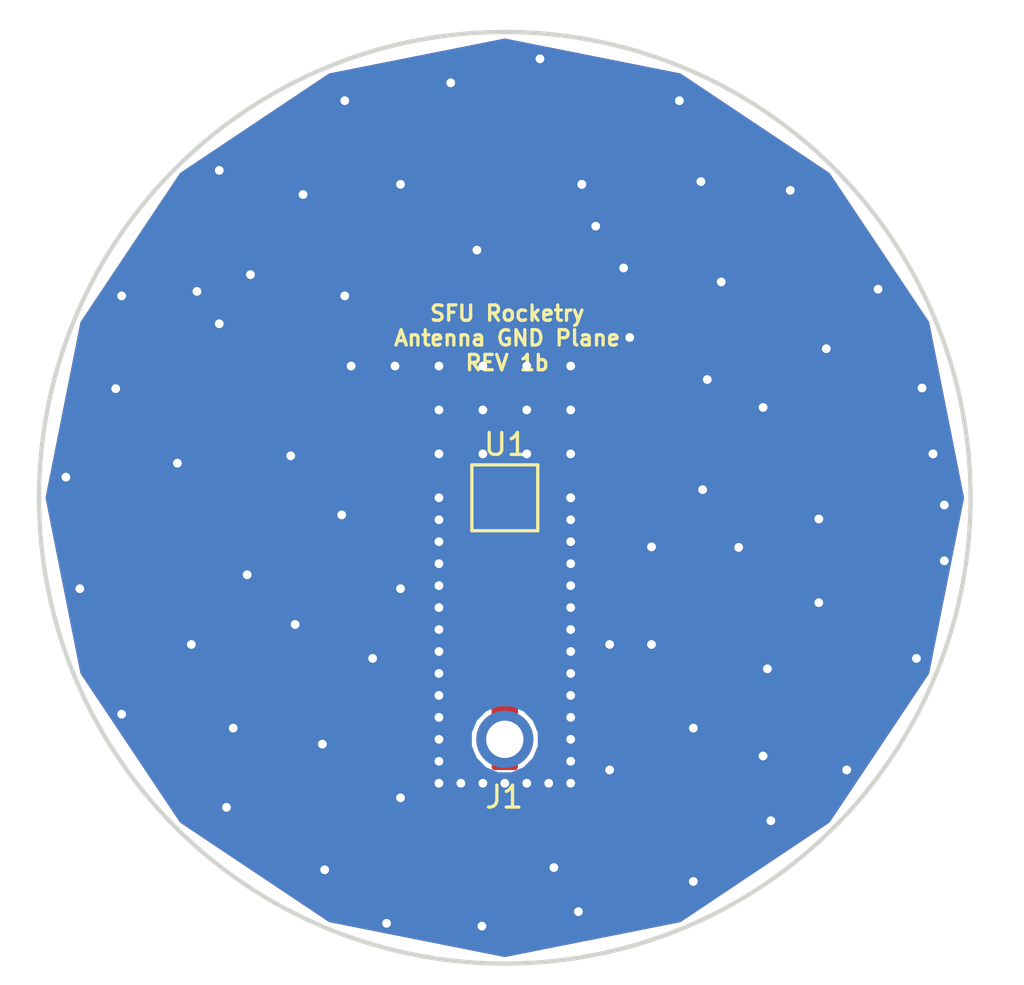
<source format=kicad_pcb>
(kicad_pcb (version 4) (host pcbnew 4.0.7)

  (general
    (links 2)
    (no_connects 0)
    (area 72.5 74.37 129.400001 127.080001)
    (thickness 1.6)
    (drawings 2)
    (tracks 341)
    (zones 0)
    (modules 2)
    (nets 3)
  )

  (page A4)
  (layers
    (0 F.Cu signal hide)
    (31 B.Cu signal)
    (32 B.Adhes user)
    (33 F.Adhes user)
    (34 B.Paste user)
    (35 F.Paste user)
    (36 B.SilkS user)
    (37 F.SilkS user)
    (38 B.Mask user)
    (39 F.Mask user)
    (40 Dwgs.User user)
    (41 Cmts.User user)
    (42 Eco1.User user)
    (43 Eco2.User user)
    (44 Edge.Cuts user)
    (45 Margin user)
    (46 B.CrtYd user)
    (47 F.CrtYd user)
    (48 B.Fab user)
    (49 F.Fab user)
  )

  (setup
    (last_trace_width 0.25)
    (user_trace_width 3.11)
    (trace_clearance 0.2)
    (zone_clearance 0.2)
    (zone_45_only yes)
    (trace_min 0.2)
    (segment_width 0.2)
    (edge_width 0.2)
    (via_size 0.6)
    (via_drill 0.4)
    (via_min_size 0.4)
    (via_min_drill 0.3)
    (uvia_size 0.3)
    (uvia_drill 0.1)
    (uvias_allowed no)
    (uvia_min_size 0.2)
    (uvia_min_drill 0.1)
    (pcb_text_width 0.3)
    (pcb_text_size 1.5 1.5)
    (mod_edge_width 0.15)
    (mod_text_size 1 1)
    (mod_text_width 0.15)
    (pad_size 2.6 2.6)
    (pad_drill 1.7)
    (pad_to_mask_clearance 0.25)
    (aux_axis_origin 0 0)
    (visible_elements 7FFFFFFF)
    (pcbplotparams
      (layerselection 0x010f0_80000001)
      (usegerberextensions true)
      (excludeedgelayer true)
      (linewidth 0.100000)
      (plotframeref false)
      (viasonmask false)
      (mode 1)
      (useauxorigin false)
      (hpglpennumber 1)
      (hpglpenspeed 20)
      (hpglpendiameter 15)
      (hpglpenoverlay 2)
      (psnegative false)
      (psa4output false)
      (plotreference true)
      (plotvalue false)
      (plotinvisibletext false)
      (padsonsilk false)
      (subtractmaskfromsilk false)
      (outputformat 1)
      (mirror false)
      (drillshape 0)
      (scaleselection 1)
      (outputdirectory gerbers/))
  )

  (net 0 "")
  (net 1 DATA)
  (net 2 GNDREF)

  (net_class Default "This is the default net class."
    (clearance 0.2)
    (trace_width 0.25)
    (via_dia 0.6)
    (via_drill 0.4)
    (uvia_dia 0.3)
    (uvia_drill 0.1)
    (add_net DATA)
    (add_net GNDREF)
  )

  (module HelicalAntennaBoard:antenna_connector (layer F.Cu) (tedit 5B52DED4) (tstamp 5B4E5F77)
    (at 100 111.76)
    (path /5B4E5B0D)
    (fp_text reference J1 (at -0.03 1.87) (layer F.SilkS)
      (effects (font (size 1 1) (thickness 0.15)))
    )
    (fp_text value Conn_01x01 (at -0.09 3.28) (layer F.Fab)
      (effects (font (size 1 1) (thickness 0.15)))
    )
    (pad 1 thru_hole circle (at 0 -0.76) (size 2.6 2.6) (drill 1.7) (layers *.Cu *.Mask)
      (net 1 DATA))
  )

  (module HelicalAntennaBoard:u.fl-port (layer F.Cu) (tedit 5B4C496F) (tstamp 5B4E5F82)
    (at 100 100)
    (path /5B4E3B5D)
    (fp_text reference U1 (at 0.05 -2.43) (layer F.SilkS)
      (effects (font (size 1 1) (thickness 0.15)))
    )
    (fp_text value U.FLport (at -0.08 -4.17) (layer F.Fab)
      (effects (font (size 1 1) (thickness 0.15)))
    )
    (fp_line (start -1.5 1.5) (end -1.5 -1.5) (layer F.SilkS) (width 0.15))
    (fp_line (start 1.5 1.5) (end -1.5 1.5) (layer F.SilkS) (width 0.15))
    (fp_line (start 1.5 -1.5) (end 1.5 1.5) (layer F.SilkS) (width 0.15))
    (fp_line (start -1.5 -1.5) (end 1.5 -1.5) (layer F.SilkS) (width 0.15))
    (pad 1 smd rect (at 1.475 0) (size 1.05 2.2) (layers F.Cu F.Paste F.Mask)
      (net 2 GNDREF))
    (pad 2 smd rect (at -1.475 0) (size 1.05 2.2) (layers F.Cu F.Paste F.Mask)
      (net 2 GNDREF))
    (pad 3 smd rect (at 0 1.6) (size 1 1) (layers F.Cu F.Paste F.Mask)
      (net 1 DATA))
  )

  (gr_text "SFU Rocketry\nAntenna GND Plane\nREV 1b\n\n" (at 100.11 93.29) (layer F.SilkS)
    (effects (font (size 0.7 0.7) (thickness 0.15)))
  )
  (gr_circle (center 100 100) (end 115 115) (layer Edge.Cuts) (width 0.2))

  (segment (start 100 101.6) (end 100 111) (width 1.2) (layer F.Cu) (net 1))
  (segment (start 103 113) (end 101.93 113) (width 0.25) (layer F.Cu) (net 2))
  (segment (start 100.79 113) (end 101.93 113) (width 0.25) (layer F.Cu) (net 2))
  (via (at 102 113) (size 0.6) (drill 0.4) (layers F.Cu B.Cu) (net 2))
  (segment (start 99.84 113) (end 100.79 113) (width 0.25) (layer F.Cu) (net 2))
  (via (at 101 113) (size 0.6) (drill 0.4) (layers F.Cu B.Cu) (net 2))
  (segment (start 98.87 113) (end 99.84 113) (width 0.25) (layer F.Cu) (net 2))
  (via (at 100 113) (size 0.6) (drill 0.4) (layers F.Cu B.Cu) (net 2))
  (segment (start 97.95 113) (end 98.87 113) (width 0.25) (layer F.Cu) (net 2))
  (via (at 99 113) (size 0.6) (drill 0.4) (layers F.Cu B.Cu) (net 2))
  (segment (start 97.95 113) (end 97.01 113) (width 0.25) (layer F.Cu) (net 2))
  (segment (start 97 113) (end 97.95 113) (width 0.25) (layer F.Cu) (net 2))
  (via (at 98 113) (size 0.6) (drill 0.4) (layers F.Cu B.Cu) (net 2))
  (segment (start 97 112) (end 97 113) (width 0.25) (layer F.Cu) (net 2))
  (via (at 97 113) (size 0.6) (drill 0.4) (layers F.Cu B.Cu) (net 2))
  (segment (start 103 112) (end 103 113.05) (width 0.25) (layer F.Cu) (net 2))
  (segment (start 103 113.05) (end 102.99 113.06) (width 0.25) (layer F.Cu) (net 2))
  (via (at 103 113) (size 0.6) (drill 0.4) (layers F.Cu B.Cu) (net 2))
  (segment (start 88.4174 89.8398) (end 88.4174 88.5826) (width 0.25) (layer F.Cu) (net 2))
  (segment (start 88.4174 88.5826) (end 90.81 86.19) (width 0.25) (layer F.Cu) (net 2))
  (via (at 90.81 86.19) (size 0.6) (drill 0.4) (layers F.Cu B.Cu) (net 2))
  (segment (start 82.55 90.805) (end 82.55 94.76) (width 0.25) (layer F.Cu) (net 2))
  (segment (start 82.55 94.76) (end 82.28 95.03) (width 0.25) (layer F.Cu) (net 2))
  (via (at 82.28 95.03) (size 0.6) (drill 0.4) (layers F.Cu B.Cu) (net 2))
  (segment (start 110.65 102.26) (end 111.96 103.57) (width 0.25) (layer F.Cu) (net 2))
  (segment (start 111.96 103.57) (end 111.96 107.79) (width 0.25) (layer F.Cu) (net 2))
  (via (at 111.96 107.79) (size 0.6) (drill 0.4) (layers F.Cu B.Cu) (net 2))
  (segment (start 114.3 100.965) (end 111.945 100.965) (width 0.25) (layer F.Cu) (net 2))
  (segment (start 111.945 100.965) (end 110.65 102.26) (width 0.25) (layer F.Cu) (net 2))
  (via (at 110.65 102.26) (size 0.6) (drill 0.4) (layers F.Cu B.Cu) (net 2))
  (segment (start 111.76 95.885) (end 111.965 95.885) (width 0.25) (layer F.Cu) (net 2))
  (segment (start 111.965 95.885) (end 114.64 93.21) (width 0.25) (layer F.Cu) (net 2))
  (via (at 114.64 93.21) (size 0.6) (drill 0.4) (layers F.Cu B.Cu) (net 2))
  (segment (start 109.855 90.17) (end 109.855 86.525) (width 0.25) (layer F.Cu) (net 2))
  (segment (start 109.855 86.525) (end 108.93 85.6) (width 0.25) (layer F.Cu) (net 2))
  (via (at 108.93 85.6) (size 0.6) (drill 0.4) (layers F.Cu B.Cu) (net 2))
  (segment (start 93.98 107.315) (end 93.98 108.93) (width 0.25) (layer F.Cu) (net 2))
  (segment (start 93.98 108.93) (end 91.69 111.22) (width 0.25) (layer F.Cu) (net 2))
  (via (at 91.69 111.22) (size 0.6) (drill 0.4) (layers F.Cu B.Cu) (net 2))
  (segment (start 93.98 107.315) (end 91.995 107.315) (width 0.25) (layer F.Cu) (net 2))
  (segment (start 91.995 107.315) (end 90.45 105.77) (width 0.25) (layer F.Cu) (net 2))
  (via (at 90.45 105.77) (size 0.6) (drill 0.4) (layers F.Cu B.Cu) (net 2))
  (segment (start 92.05 111.11) (end 93.98 109.18) (width 0.25) (layer B.Cu) (net 2))
  (segment (start 93.98 109.18) (end 93.98 107.315) (width 0.25) (layer B.Cu) (net 2))
  (segment (start 103 94) (end 103 98) (width 0.25) (layer F.Cu) (net 2))
  (segment (start 103 100) (end 103 101.09) (width 0.25) (layer F.Cu) (net 2))
  (segment (start 103 101.09) (end 103 102.09) (width 0.25) (layer F.Cu) (net 2))
  (segment (start 103 102) (end 103 101.09) (width 0.25) (layer F.Cu) (net 2))
  (via (at 103 101) (size 0.6) (drill 0.4) (layers F.Cu B.Cu) (net 2))
  (segment (start 103 102.09) (end 103 103.06) (width 0.25) (layer F.Cu) (net 2))
  (segment (start 103 103) (end 103 102.09) (width 0.25) (layer F.Cu) (net 2))
  (via (at 103 102) (size 0.6) (drill 0.4) (layers F.Cu B.Cu) (net 2))
  (segment (start 103 104) (end 103 103.06) (width 0.25) (layer F.Cu) (net 2))
  (segment (start 103 103.06) (end 103 103.25) (width 0.25) (layer F.Cu) (net 2))
  (via (at 103 103) (size 0.6) (drill 0.4) (layers F.Cu B.Cu) (net 2))
  (segment (start 103 104.09) (end 103 103.25) (width 0.25) (layer F.Cu) (net 2))
  (segment (start 103 105.04) (end 103 104.09) (width 0.25) (layer F.Cu) (net 2))
  (via (at 103 104) (size 0.6) (drill 0.4) (layers F.Cu B.Cu) (net 2))
  (segment (start 103 105.04) (end 103 105.97) (width 0.25) (layer F.Cu) (net 2))
  (segment (start 103 106) (end 103 105.04) (width 0.25) (layer F.Cu) (net 2))
  (via (at 103 105) (size 0.6) (drill 0.4) (layers F.Cu B.Cu) (net 2))
  (segment (start 103 105.97) (end 103 106.31) (width 0.25) (layer F.Cu) (net 2))
  (segment (start 103 107) (end 103 105.97) (width 0.25) (layer F.Cu) (net 2))
  (via (at 103 106) (size 0.6) (drill 0.4) (layers F.Cu B.Cu) (net 2))
  (segment (start 103 107.21) (end 103 106.31) (width 0.25) (layer F.Cu) (net 2))
  (segment (start 103 108.13) (end 103 107.21) (width 0.25) (layer F.Cu) (net 2))
  (via (at 103 107) (size 0.6) (drill 0.4) (layers F.Cu B.Cu) (net 2))
  (segment (start 103 109) (end 103 108.13) (width 0.25) (layer F.Cu) (net 2))
  (via (at 103 108) (size 0.6) (drill 0.4) (layers F.Cu B.Cu) (net 2))
  (segment (start 103 109) (end 103 109.5) (width 0.25) (layer F.Cu) (net 2))
  (segment (start 103 110) (end 103 109) (width 0.25) (layer F.Cu) (net 2))
  (via (at 103 109) (size 0.6) (drill 0.4) (layers F.Cu B.Cu) (net 2))
  (segment (start 103 110.24) (end 103 109.5) (width 0.25) (layer F.Cu) (net 2))
  (segment (start 103 111.16) (end 103 110.24) (width 0.25) (layer F.Cu) (net 2))
  (via (at 103 110) (size 0.6) (drill 0.4) (layers F.Cu B.Cu) (net 2))
  (segment (start 103 111.16) (end 103 112.1) (width 0.25) (layer F.Cu) (net 2))
  (segment (start 103 112) (end 103 111.16) (width 0.25) (layer F.Cu) (net 2))
  (via (at 103 111) (size 0.6) (drill 0.4) (layers F.Cu B.Cu) (net 2))
  (segment (start 103 112.1) (end 103.02 112.12) (width 0.25) (layer F.Cu) (net 2))
  (via (at 103 112) (size 0.6) (drill 0.4) (layers F.Cu B.Cu) (net 2))
  (segment (start 97 100) (end 97 101.02) (width 0.25) (layer F.Cu) (net 2))
  (segment (start 97 102.02) (end 97 101.02) (width 0.25) (layer F.Cu) (net 2))
  (via (at 97 101) (size 0.6) (drill 0.4) (layers F.Cu B.Cu) (net 2))
  (segment (start 97 102.02) (end 97 103.28) (width 0.25) (layer F.Cu) (net 2))
  (segment (start 97 103) (end 97 102.02) (width 0.25) (layer F.Cu) (net 2))
  (via (at 97 102) (size 0.6) (drill 0.4) (layers F.Cu B.Cu) (net 2))
  (segment (start 97 104.19) (end 97 103.28) (width 0.25) (layer F.Cu) (net 2))
  (via (at 97 103) (size 0.6) (drill 0.4) (layers F.Cu B.Cu) (net 2))
  (segment (start 97 105.11) (end 97 104.19) (width 0.25) (layer F.Cu) (net 2))
  (via (at 97 104) (size 0.6) (drill 0.4) (layers F.Cu B.Cu) (net 2))
  (segment (start 97 106) (end 97 105.11) (width 0.25) (layer F.Cu) (net 2))
  (via (at 97 105) (size 0.6) (drill 0.4) (layers F.Cu B.Cu) (net 2))
  (segment (start 97 105.11) (end 97 105.9) (width 0.25) (layer F.Cu) (net 2))
  (segment (start 97 105.9) (end 97 106.97) (width 0.25) (layer F.Cu) (net 2))
  (segment (start 97 107) (end 97 105.9) (width 0.25) (layer F.Cu) (net 2))
  (via (at 97 106) (size 0.6) (drill 0.4) (layers F.Cu B.Cu) (net 2))
  (segment (start 97 106.97) (end 97 107.57) (width 0.25) (layer F.Cu) (net 2))
  (segment (start 97 108) (end 97 106.97) (width 0.25) (layer F.Cu) (net 2))
  (via (at 97 107) (size 0.6) (drill 0.4) (layers F.Cu B.Cu) (net 2))
  (segment (start 97 108.3) (end 97 107.57) (width 0.25) (layer F.Cu) (net 2))
  (segment (start 97 109.16) (end 97 108.3) (width 0.25) (layer F.Cu) (net 2))
  (via (at 97 108) (size 0.6) (drill 0.4) (layers F.Cu B.Cu) (net 2))
  (segment (start 97 109.16) (end 97 110.19) (width 0.25) (layer F.Cu) (net 2))
  (segment (start 97 110) (end 97 109.16) (width 0.25) (layer F.Cu) (net 2))
  (via (at 97 109) (size 0.6) (drill 0.4) (layers F.Cu B.Cu) (net 2))
  (segment (start 97 111.16) (end 97 110.19) (width 0.25) (layer F.Cu) (net 2))
  (via (at 97 110) (size 0.6) (drill 0.4) (layers F.Cu B.Cu) (net 2))
  (segment (start 97 111.16) (end 97 112.1) (width 0.25) (layer F.Cu) (net 2))
  (segment (start 97 112) (end 97 111.16) (width 0.25) (layer F.Cu) (net 2))
  (via (at 97 111) (size 0.6) (drill 0.4) (layers F.Cu B.Cu) (net 2))
  (segment (start 97 112.1) (end 97.01 112.11) (width 0.25) (layer F.Cu) (net 2))
  (via (at 97 112) (size 0.6) (drill 0.4) (layers F.Cu B.Cu) (net 2))
  (segment (start 109.22 94.615) (end 107.605 94.615) (width 0.25) (layer F.Cu) (net 2))
  (segment (start 107.605 94.615) (end 105.69 92.7) (width 0.25) (layer F.Cu) (net 2))
  (via (at 105.69 92.7) (size 0.6) (drill 0.4) (layers F.Cu B.Cu) (net 2))
  (segment (start 111.76 95.885) (end 111.76 96.88) (width 0.25) (layer F.Cu) (net 2))
  (segment (start 111.76 96.88) (end 109.01 99.63) (width 0.25) (layer F.Cu) (net 2))
  (via (at 109.01 99.63) (size 0.6) (drill 0.4) (layers F.Cu B.Cu) (net 2))
  (segment (start 103.505 85.725) (end 101.725 85.725) (width 0.25) (layer F.Cu) (net 2))
  (segment (start 101.725 85.725) (end 98.73 88.72) (width 0.25) (layer F.Cu) (net 2))
  (via (at 98.73 88.72) (size 0.6) (drill 0.4) (layers F.Cu B.Cu) (net 2))
  (segment (start 95 94) (end 95 98.35) (width 0.25) (layer F.Cu) (net 2))
  (segment (start 95 98.35) (end 92.57 100.78) (width 0.25) (layer F.Cu) (net 2))
  (via (at 92.57 100.78) (size 0.6) (drill 0.4) (layers F.Cu B.Cu) (net 2))
  (segment (start 93 94) (end 93 95.34) (width 0.25) (layer F.Cu) (net 2))
  (segment (start 93 95.34) (end 90.25 98.09) (width 0.25) (layer F.Cu) (net 2))
  (via (at 90.25 98.09) (size 0.6) (drill 0.4) (layers F.Cu B.Cu) (net 2))
  (segment (start 101 98) (end 103 98) (width 0.25) (layer F.Cu) (net 2))
  (via (at 103 98) (size 0.6) (drill 0.4) (layers F.Cu B.Cu) (net 2))
  (segment (start 104.775 112.395) (end 108.585 112.395) (width 0.25) (layer F.Cu) (net 2))
  (segment (start 108.585 112.395) (end 111.125 112.395) (width 0.25) (layer F.Cu) (net 2))
  (segment (start 108.585 110.49) (end 108.585 112.395) (width 0.25) (layer F.Cu) (net 2))
  (segment (start 104.775 106.68) (end 108.585 110.49) (width 0.25) (layer B.Cu) (net 2))
  (via (at 108.585 110.49) (size 0.6) (drill 0.4) (layers F.Cu B.Cu) (net 2))
  (segment (start 106.68 102.235) (end 106.68 104.775) (width 0.25) (layer F.Cu) (net 2))
  (segment (start 106.68 104.775) (end 104.775 106.68) (width 0.25) (layer F.Cu) (net 2))
  (via (at 104.775 106.68) (size 0.6) (drill 0.4) (layers F.Cu B.Cu) (net 2))
  (segment (start 86.995 92.075) (end 86.106 92.964) (width 0.25) (layer B.Cu) (net 2))
  (segment (start 86.106 92.964) (end 85.09 93.98) (width 0.25) (layer B.Cu) (net 2))
  (segment (start 85.979 90.6018) (end 85.09 91.4908) (width 0.25) (layer B.Cu) (net 2))
  (segment (start 85.09 91.4908) (end 85.09 91.948) (width 0.25) (layer B.Cu) (net 2))
  (segment (start 85.09 91.948) (end 86.106 92.964) (width 0.25) (layer B.Cu) (net 2))
  (segment (start 88.4174 89.8398) (end 86.741 89.8398) (width 0.25) (layer F.Cu) (net 2))
  (segment (start 86.741 89.8398) (end 85.979 90.6018) (width 0.25) (layer F.Cu) (net 2))
  (via (at 85.979 90.6018) (size 0.6) (drill 0.4) (layers F.Cu B.Cu) (net 2))
  (segment (start 93 94) (end 88.8398 89.8398) (width 0.25) (layer B.Cu) (net 2))
  (segment (start 88.8398 89.8398) (end 88.4174 89.8398) (width 0.25) (layer B.Cu) (net 2))
  (via (at 88.4174 89.8398) (size 0.6) (drill 0.4) (layers F.Cu B.Cu) (net 2))
  (segment (start 91.7956 116.9416) (end 94.234 119.38) (width 0.25) (layer F.Cu) (net 2))
  (segment (start 94.234 119.38) (end 94.615 119.38) (width 0.25) (layer F.Cu) (net 2))
  (segment (start 87.3252 114.0968) (end 88.9508 114.0968) (width 0.25) (layer B.Cu) (net 2))
  (segment (start 88.9508 114.0968) (end 91.7956 116.9416) (width 0.25) (layer B.Cu) (net 2))
  (via (at 91.7956 116.9416) (size 0.6) (drill 0.4) (layers F.Cu B.Cu) (net 2))
  (segment (start 82.55 109.855) (end 83.0834 109.855) (width 0.25) (layer F.Cu) (net 2))
  (segment (start 83.0834 109.855) (end 87.3252 114.0968) (width 0.25) (layer F.Cu) (net 2))
  (via (at 87.3252 114.0968) (size 0.6) (drill 0.4) (layers F.Cu B.Cu) (net 2))
  (segment (start 112.1156 114.7064) (end 109.347 117.475) (width 0.25) (layer F.Cu) (net 2))
  (segment (start 109.347 117.475) (end 108.585 117.475) (width 0.25) (layer F.Cu) (net 2))
  (segment (start 115.57 112.395) (end 114.427 112.395) (width 0.25) (layer B.Cu) (net 2))
  (segment (start 114.427 112.395) (end 112.1156 114.7064) (width 0.25) (layer B.Cu) (net 2))
  (via (at 112.1156 114.7064) (size 0.6) (drill 0.4) (layers F.Cu B.Cu) (net 2))
  (segment (start 97.536 81.1022) (end 96.7232 81.915) (width 0.25) (layer F.Cu) (net 2))
  (segment (start 96.7232 81.915) (end 93.134264 81.915) (width 0.25) (layer F.Cu) (net 2))
  (segment (start 93.134264 81.915) (end 92.71 81.915) (width 0.25) (layer F.Cu) (net 2))
  (segment (start 101.6 80.01) (end 98.6282 80.01) (width 0.25) (layer B.Cu) (net 2))
  (segment (start 98.6282 80.01) (end 97.536 81.1022) (width 0.25) (layer B.Cu) (net 2))
  (via (at 97.536 81.1022) (size 0.6) (drill 0.4) (layers F.Cu B.Cu) (net 2))
  (segment (start 98.9584 119.507) (end 94.742 119.507) (width 0.25) (layer B.Cu) (net 2))
  (segment (start 94.742 119.507) (end 94.615 119.38) (width 0.25) (layer B.Cu) (net 2))
  (segment (start 103.3526 118.8466) (end 99.6188 118.8466) (width 0.25) (layer F.Cu) (net 2))
  (via (at 98.9584 119.507) (size 0.6) (drill 0.4) (layers F.Cu B.Cu) (net 2))
  (segment (start 99.6188 118.8466) (end 98.9584 119.507) (width 0.25) (layer F.Cu) (net 2))
  (segment (start 108.585 117.475) (end 104.7242 117.475) (width 0.25) (layer B.Cu) (net 2))
  (segment (start 104.7242 117.475) (end 103.3526 118.8466) (width 0.25) (layer B.Cu) (net 2))
  (via (at 103.3526 118.8466) (size 0.6) (drill 0.4) (layers F.Cu B.Cu) (net 2))
  (segment (start 86.995 85.09) (end 89.535 85.09) (width 0.25) (layer B.Cu) (net 2))
  (segment (start 89.535 85.09) (end 92.71 81.915) (width 0.25) (layer B.Cu) (net 2))
  (segment (start 115.57 112.395) (end 115.57 110.49) (width 0.25) (layer F.Cu) (net 2))
  (segment (start 115.57 110.49) (end 118.745 107.315) (width 0.25) (layer F.Cu) (net 2))
  (segment (start 93 98) (end 103 98) (width 0.25) (layer F.Cu) (net 2))
  (segment (start 107 98) (end 117.475 98) (width 0.25) (layer F.Cu) (net 2))
  (segment (start 117.475 98) (end 119.5 98) (width 0.25) (layer F.Cu) (net 2))
  (segment (start 114.3 100.965) (end 116.535 100.965) (width 0.25) (layer F.Cu) (net 2))
  (segment (start 116.535 100.965) (end 117.475 100.025) (width 0.25) (layer F.Cu) (net 2))
  (segment (start 117.475 100.025) (end 117.475 98) (width 0.25) (layer F.Cu) (net 2))
  (segment (start 114.3 104.775) (end 114.3 100.965) (width 0.25) (layer B.Cu) (net 2))
  (via (at 114.3 100.965) (size 0.6) (drill 0.4) (layers F.Cu B.Cu) (net 2))
  (segment (start 106.68 106.68) (end 108.585 104.775) (width 0.25) (layer F.Cu) (net 2))
  (segment (start 108.585 104.775) (end 114.3 104.775) (width 0.25) (layer F.Cu) (net 2))
  (via (at 114.3 104.775) (size 0.6) (drill 0.4) (layers F.Cu B.Cu) (net 2))
  (segment (start 111.76 111.76) (end 106.68 106.68) (width 0.25) (layer B.Cu) (net 2))
  (via (at 106.68 106.68) (size 0.6) (drill 0.4) (layers F.Cu B.Cu) (net 2))
  (segment (start 111.125 112.395) (end 111.76 111.76) (width 0.25) (layer F.Cu) (net 2))
  (via (at 111.76 111.76) (size 0.6) (drill 0.4) (layers F.Cu B.Cu) (net 2))
  (segment (start 102.235 116.84) (end 104.775 114.3) (width 0.25) (layer B.Cu) (net 2))
  (segment (start 104.775 114.3) (end 104.775 112.395) (width 0.25) (layer B.Cu) (net 2))
  (via (at 104.775 112.395) (size 0.6) (drill 0.4) (layers F.Cu B.Cu) (net 2))
  (segment (start 95.25 113.665) (end 99.06 113.665) (width 0.25) (layer F.Cu) (net 2))
  (segment (start 99.06 113.665) (end 102.235 116.84) (width 0.25) (layer F.Cu) (net 2))
  (via (at 102.235 116.84) (size 0.6) (drill 0.4) (layers F.Cu B.Cu) (net 2))
  (segment (start 87.63 110.49) (end 90.805 113.665) (width 0.25) (layer B.Cu) (net 2))
  (segment (start 90.805 113.665) (end 95.25 113.665) (width 0.25) (layer B.Cu) (net 2))
  (via (at 95.25 113.665) (size 0.6) (drill 0.4) (layers F.Cu B.Cu) (net 2))
  (segment (start 85.725 106.68) (end 85.725 108.585) (width 0.25) (layer F.Cu) (net 2))
  (segment (start 85.725 108.585) (end 87.63 110.49) (width 0.25) (layer F.Cu) (net 2))
  (via (at 87.63 110.49) (size 0.6) (drill 0.4) (layers F.Cu B.Cu) (net 2))
  (segment (start 93.98 107.315) (end 93.345 106.68) (width 0.25) (layer B.Cu) (net 2))
  (segment (start 93.345 106.68) (end 85.725 106.68) (width 0.25) (layer B.Cu) (net 2))
  (via (at 85.725 106.68) (size 0.6) (drill 0.4) (layers F.Cu B.Cu) (net 2))
  (segment (start 95.25 104.14) (end 95.25 106.045) (width 0.25) (layer F.Cu) (net 2))
  (segment (start 95.25 106.045) (end 93.98 107.315) (width 0.25) (layer F.Cu) (net 2))
  (via (at 93.98 107.315) (size 0.6) (drill 0.4) (layers F.Cu B.Cu) (net 2))
  (segment (start 88.265 103.505) (end 88.9 104.14) (width 0.25) (layer B.Cu) (net 2))
  (segment (start 88.9 104.14) (end 95.25 104.14) (width 0.25) (layer B.Cu) (net 2))
  (via (at 95.25 104.14) (size 0.6) (drill 0.4) (layers F.Cu B.Cu) (net 2))
  (segment (start 85.09 98.425) (end 85.09 100.33) (width 0.25) (layer F.Cu) (net 2))
  (segment (start 85.09 100.33) (end 88.265 103.505) (width 0.25) (layer F.Cu) (net 2))
  (via (at 88.265 103.505) (size 0.6) (drill 0.4) (layers F.Cu B.Cu) (net 2))
  (via (at 85.09 98.425) (size 0.6) (drill 0.4) (layers F.Cu B.Cu) (net 2))
  (segment (start 85.09 93.98) (end 85.09 98.425) (width 0.25) (layer B.Cu) (net 2))
  (segment (start 93 94) (end 88.92 94) (width 0.25) (layer F.Cu) (net 2))
  (segment (start 88.92 94) (end 86.995 92.075) (width 0.25) (layer F.Cu) (net 2))
  (via (at 86.995 92.075) (size 0.6) (drill 0.4) (layers F.Cu B.Cu) (net 2))
  (segment (start 106.68 102.235) (end 104.445 100) (width 0.25) (layer F.Cu) (net 2))
  (segment (start 104.445 100) (end 103.424264 100) (width 0.25) (layer F.Cu) (net 2))
  (segment (start 103.424264 100) (end 103 100) (width 0.25) (layer F.Cu) (net 2))
  (via (at 103 100) (size 0.6) (drill 0.4) (layers F.Cu B.Cu) (net 2))
  (segment (start 111.76 95.885) (end 111.76 97.155) (width 0.25) (layer B.Cu) (net 2))
  (segment (start 111.76 97.155) (end 106.68 102.235) (width 0.25) (layer B.Cu) (net 2))
  (via (at 106.68 102.235) (size 0.6) (drill 0.4) (layers F.Cu B.Cu) (net 2))
  (segment (start 111.76 92.075) (end 111.76 95.885) (width 0.25) (layer F.Cu) (net 2))
  (via (at 111.76 95.885) (size 0.6) (drill 0.4) (layers F.Cu B.Cu) (net 2))
  (segment (start 109.855 90.17) (end 111.76 92.075) (width 0.25) (layer F.Cu) (net 2))
  (segment (start 103.505 85.725) (end 105.41 85.725) (width 0.25) (layer B.Cu) (net 2))
  (segment (start 105.41 85.725) (end 109.855 90.17) (width 0.25) (layer B.Cu) (net 2))
  (via (at 109.855 90.17) (size 0.6) (drill 0.4) (layers F.Cu B.Cu) (net 2))
  (via (at 103.505 85.725) (size 0.6) (drill 0.4) (layers F.Cu B.Cu) (net 2))
  (segment (start 80.645 105.41) (end 82.55 107.315) (width 0.25) (layer B.Cu) (net 2))
  (segment (start 82.55 107.315) (end 82.55 109.855) (width 0.25) (layer B.Cu) (net 2))
  (segment (start 80.645 104.14) (end 80.645 105.41) (width 0.25) (layer B.Cu) (net 2))
  (segment (start 95.25 85.725) (end 103.505 85.725) (width 0.25) (layer F.Cu) (net 2))
  (via (at 103.505 85.725) (size 0.6) (drill 0.4) (layers F.Cu B.Cu) (net 2))
  (segment (start 92.71 90.805) (end 92.71 88.265) (width 0.25) (layer B.Cu) (net 2))
  (segment (start 92.71 88.265) (end 95.25 85.725) (width 0.25) (layer B.Cu) (net 2))
  (via (at 95.25 85.725) (size 0.6) (drill 0.4) (layers F.Cu B.Cu) (net 2))
  (segment (start 104.14 87.63) (end 100.965 90.805) (width 0.25) (layer F.Cu) (net 2))
  (segment (start 100.965 90.805) (end 92.71 90.805) (width 0.25) (layer F.Cu) (net 2))
  (via (at 92.71 90.805) (size 0.6) (drill 0.4) (layers F.Cu B.Cu) (net 2))
  (segment (start 105.41 89.535) (end 105.41 88.9) (width 0.25) (layer B.Cu) (net 2))
  (segment (start 105.41 88.9) (end 104.14 87.63) (width 0.25) (layer B.Cu) (net 2))
  (via (at 104.14 87.63) (size 0.6) (drill 0.4) (layers F.Cu B.Cu) (net 2))
  (segment (start 109.22 94.615) (end 105.41 90.805) (width 0.25) (layer F.Cu) (net 2))
  (via (at 105.41 89.535) (size 0.6) (drill 0.4) (layers F.Cu B.Cu) (net 2))
  (segment (start 105.41 90.805) (end 105.41 89.535) (width 0.25) (layer F.Cu) (net 2))
  (segment (start 103 96) (end 107.835 96) (width 0.25) (layer B.Cu) (net 2))
  (segment (start 107.835 96) (end 109.22 94.615) (width 0.25) (layer B.Cu) (net 2))
  (via (at 109.22 94.615) (size 0.6) (drill 0.4) (layers F.Cu B.Cu) (net 2))
  (segment (start 120.015 100.33) (end 120.015 98.515) (width 0.25) (layer B.Cu) (net 2))
  (segment (start 120.015 98.515) (end 119.5 98) (width 0.25) (layer B.Cu) (net 2))
  (segment (start 120.015 102.87) (end 120.015 100.33) (width 0.25) (layer F.Cu) (net 2))
  (via (at 120.015 100.33) (size 0.6) (drill 0.4) (layers F.Cu B.Cu) (net 2))
  (segment (start 118.745 107.315) (end 118.745 104.14) (width 0.25) (layer B.Cu) (net 2))
  (segment (start 118.745 104.14) (end 120.015 102.87) (width 0.25) (layer B.Cu) (net 2))
  (via (at 120.015 102.87) (size 0.6) (drill 0.4) (layers F.Cu B.Cu) (net 2))
  (via (at 118.745 107.315) (size 0.6) (drill 0.4) (layers F.Cu B.Cu) (net 2))
  (via (at 115.57 112.395) (size 0.6) (drill 0.4) (layers F.Cu B.Cu) (net 2))
  (via (at 108.585 117.475) (size 0.6) (drill 0.4) (layers F.Cu B.Cu) (net 2))
  (via (at 94.615 119.38) (size 0.6) (drill 0.4) (layers F.Cu B.Cu) (net 2))
  (via (at 82.55 109.855) (size 0.6) (drill 0.4) (layers F.Cu B.Cu) (net 2))
  (segment (start 80.01 99.06) (end 80.645 99.695) (width 0.25) (layer F.Cu) (net 2))
  (segment (start 80.645 99.695) (end 80.645 104.14) (width 0.25) (layer F.Cu) (net 2))
  (via (at 80.645 104.14) (size 0.6) (drill 0.4) (layers F.Cu B.Cu) (net 2))
  (segment (start 82.55 90.805) (end 82.55 96.52) (width 0.25) (layer B.Cu) (net 2))
  (segment (start 82.55 96.52) (end 80.01 99.06) (width 0.25) (layer B.Cu) (net 2))
  (via (at 80.01 99.06) (size 0.6) (drill 0.4) (layers F.Cu B.Cu) (net 2))
  (segment (start 107.95 81.915) (end 103.505 81.915) (width 0.25) (layer F.Cu) (net 2))
  (segment (start 103.505 81.915) (end 101.6 80.01) (width 0.25) (layer F.Cu) (net 2))
  (segment (start 113 86) (end 112.035 86) (width 0.25) (layer B.Cu) (net 2))
  (segment (start 112.035 86) (end 107.95 81.915) (width 0.25) (layer B.Cu) (net 2))
  (segment (start 119 95) (end 117 93) (width 0.25) (layer B.Cu) (net 2))
  (segment (start 117 93) (end 117 90.5) (width 0.25) (layer B.Cu) (net 2))
  (segment (start 86.995 85.09) (end 86.995 86.36) (width 0.25) (layer F.Cu) (net 2))
  (segment (start 86.995 86.36) (end 82.55 90.805) (width 0.25) (layer F.Cu) (net 2))
  (via (at 82.55 90.805) (size 0.6) (drill 0.4) (layers F.Cu B.Cu) (net 2))
  (via (at 86.995 85.09) (size 0.6) (drill 0.4) (layers F.Cu B.Cu) (net 2))
  (via (at 92.71 81.915) (size 0.6) (drill 0.4) (layers F.Cu B.Cu) (net 2))
  (via (at 101.6 80.01) (size 0.6) (drill 0.4) (layers F.Cu B.Cu) (net 2))
  (via (at 107.95 81.915) (size 0.6) (drill 0.4) (layers F.Cu B.Cu) (net 2))
  (segment (start 117 90.5) (end 117 90) (width 0.25) (layer F.Cu) (net 2))
  (segment (start 117 90) (end 113 86) (width 0.25) (layer F.Cu) (net 2))
  (via (at 113 86) (size 0.6) (drill 0.4) (layers F.Cu B.Cu) (net 2))
  (via (at 117 90.5) (size 0.6) (drill 0.4) (layers F.Cu B.Cu) (net 2))
  (segment (start 119.5 95.5) (end 119 95) (width 0.25) (layer F.Cu) (net 2))
  (via (at 119 95) (size 0.6) (drill 0.4) (layers F.Cu B.Cu) (net 2))
  (segment (start 119.5 98) (end 119.5 95.5) (width 0.25) (layer F.Cu) (net 2))
  (via (at 119.5 98) (size 0.6) (drill 0.4) (layers F.Cu B.Cu) (net 2))
  (via (at 119.5 98) (size 0.6) (drill 0.4) (layers F.Cu B.Cu) (net 2))
  (segment (start 97 98) (end 97 100) (width 0.25) (layer F.Cu) (net 2))
  (segment (start 103 98) (end 107 98) (width 0.25) (layer F.Cu) (net 2))
  (segment (start 103 98) (end 103 100) (width 0.25) (layer F.Cu) (net 2))
  (segment (start 101 98) (end 101 96) (width 0.25) (layer F.Cu) (net 2))
  (segment (start 99 96) (end 99 98) (width 0.25) (layer F.Cu) (net 2))
  (segment (start 97 98) (end 97 96) (width 0.25) (layer F.Cu) (net 2))
  (segment (start 97 96) (end 97 94) (width 0.25) (layer F.Cu) (net 2))
  (segment (start 99 94) (end 99 96) (width 0.25) (layer F.Cu) (net 2))
  (segment (start 101 96) (end 101 94) (width 0.25) (layer F.Cu) (net 2))
  (segment (start 101 94) (end 102.98 94) (width 0.25) (layer F.Cu) (net 2))
  (via (at 103 94) (size 0.6) (drill 0.4) (layers F.Cu B.Cu) (net 2))
  (segment (start 99 94) (end 101.1 94) (width 0.25) (layer F.Cu) (net 2))
  (via (at 101 94) (size 0.6) (drill 0.4) (layers F.Cu B.Cu) (net 2))
  (segment (start 97 94) (end 98.97 94) (width 0.25) (layer F.Cu) (net 2))
  (segment (start 98.97 94) (end 99 93.97) (width 0.25) (layer F.Cu) (net 2))
  (via (at 99 94) (size 0.6) (drill 0.4) (layers F.Cu B.Cu) (net 2))
  (segment (start 95 94) (end 97 94) (width 0.25) (layer F.Cu) (net 2))
  (segment (start 97 94) (end 97.01 94.01) (width 0.25) (layer F.Cu) (net 2))
  (via (at 97 94) (size 0.6) (drill 0.4) (layers F.Cu B.Cu) (net 2))
  (segment (start 93 94) (end 95.02 94) (width 0.25) (layer F.Cu) (net 2))
  (segment (start 95.02 94) (end 95.03 94.01) (width 0.25) (layer F.Cu) (net 2))
  (via (at 95 94) (size 0.6) (drill 0.4) (layers F.Cu B.Cu) (net 2))
  (via (at 93 94) (size 0.6) (drill 0.4) (layers F.Cu B.Cu) (net 2))
  (segment (start 101.1 95.98) (end 103.02 95.98) (width 0.25) (layer F.Cu) (net 2))
  (via (at 103 96) (size 0.6) (drill 0.4) (layers F.Cu B.Cu) (net 2))
  (segment (start 98.98 95.98) (end 101.1 95.98) (width 0.25) (layer F.Cu) (net 2))
  (via (at 101 96) (size 0.6) (drill 0.4) (layers F.Cu B.Cu) (net 2))
  (segment (start 97 96) (end 98.96 96) (width 0.25) (layer F.Cu) (net 2))
  (segment (start 98.96 96) (end 98.98 95.98) (width 0.25) (layer F.Cu) (net 2))
  (via (at 99 96) (size 0.6) (drill 0.4) (layers F.Cu B.Cu) (net 2))
  (via (at 97 96) (size 0.6) (drill 0.4) (layers F.Cu B.Cu) (net 2))
  (segment (start 97.02 97.86) (end 96.97 97.91) (width 0.25) (layer F.Cu) (net 2))
  (segment (start 97.08 97.92) (end 97.02 97.86) (width 0.25) (layer F.Cu) (net 2))
  (via (at 97 98) (size 0.6) (drill 0.4) (layers F.Cu B.Cu) (net 2))
  (segment (start 101.13 97.95) (end 101.1 97.92) (width 0.25) (layer F.Cu) (net 2))
  (via (at 99 98) (size 0.6) (drill 0.4) (layers F.Cu B.Cu) (net 2))
  (segment (start 101.18 98) (end 101.13 97.95) (width 0.25) (layer F.Cu) (net 2))
  (via (at 101 98) (size 0.6) (drill 0.4) (layers F.Cu B.Cu) (net 2))
  (segment (start 98.525 100) (end 97.03 100) (width 0.25) (layer F.Cu) (net 2))
  (segment (start 97.03 100) (end 97.01 99.98) (width 0.25) (layer F.Cu) (net 2))
  (via (at 97 100) (size 0.6) (drill 0.4) (layers F.Cu B.Cu) (net 2))
  (segment (start 101.475 100) (end 102.98 100) (width 0.25) (layer F.Cu) (net 2))
  (segment (start 102.98 100) (end 103.02 99.96) (width 0.25) (layer F.Cu) (net 2))
  (via (at 103 100) (size 0.6) (drill 0.4) (layers F.Cu B.Cu) (net 2))

  (zone (net 2) (net_name GNDREF) (layer F.Cu) (tstamp 0) (hatch edge 0.508)
    (priority 10)
    (connect_pads yes (clearance 0.2))
    (min_thickness 0.2)
    (fill yes (arc_segments 16) (thermal_gap 0.508) (thermal_bridge_width 0.508))
    (polygon
      (pts
        (xy 123.63 122.32) (xy 123.69 77.35) (xy 77.47 77.47) (xy 77.09 122.13)
      )
    )
    (filled_polygon
      (pts
        (xy 107.964868 80.771108) (xy 114.717157 85.282843) (xy 119.228892 92.035132) (xy 120.813203 100) (xy 119.228892 107.964868)
        (xy 114.717157 114.717157) (xy 107.964868 119.228892) (xy 100 120.813203) (xy 92.035132 119.228892) (xy 85.282843 114.717157)
        (xy 83.868143 112.599908) (xy 97.69 112.599908) (xy 97.696839 112.636346) (xy 97.718319 112.669727) (xy 97.751094 112.692121)
        (xy 97.79 112.7) (xy 99.2 112.7) (xy 99.236346 112.693161) (xy 99.269727 112.671681) (xy 99.27186 112.668559)
        (xy 99.283283 112.676364) (xy 99.4 112.7) (xy 100.6 112.7) (xy 100.709037 112.679483) (xy 100.727112 112.667852)
        (xy 100.728319 112.669727) (xy 100.761094 112.692121) (xy 100.8 112.7) (xy 102.2 112.7) (xy 102.236346 112.693161)
        (xy 102.269727 112.671681) (xy 102.292121 112.638906) (xy 102.3 112.6) (xy 102.3 101.6) (xy 102.293161 101.563654)
        (xy 102.271681 101.530273) (xy 102.238906 101.507879) (xy 102.2 101.5) (xy 100.9 101.5) (xy 100.9 100.85)
        (xy 100.879483 100.740963) (xy 100.815042 100.640819) (xy 100.716717 100.573636) (xy 100.6 100.55) (xy 99.4 100.55)
        (xy 99.290963 100.570517) (xy 99.190819 100.634958) (xy 99.123636 100.733283) (xy 99.1 100.85) (xy 99.1 101.6)
        (xy 97.8 101.6) (xy 97.76374 101.606806) (xy 97.730339 101.628255) (xy 97.707914 101.66101) (xy 97.7 101.699908)
        (xy 97.69 112.599908) (xy 83.868143 112.599908) (xy 80.771108 107.964868) (xy 79.186797 100) (xy 80.771108 92.035132)
        (xy 85.282843 85.282843) (xy 92.035132 80.771108) (xy 100 79.186797)
      )
    )
  )
  (zone (net 2) (net_name GNDREF) (layer B.Cu) (tstamp 0) (hatch edge 0.508)
    (priority 10)
    (connect_pads yes (clearance 0.2))
    (min_thickness 0.2)
    (fill yes (arc_segments 16) (thermal_gap 0.508) (thermal_bridge_width 0.508))
    (polygon
      (pts
        (xy 123.63 77.33) (xy 77.53 77.48) (xy 77.01 122.19) (xy 123.65 122.19)
      )
    )
    (filled_polygon
      (pts
        (xy 107.964868 80.771108) (xy 114.717157 85.282843) (xy 119.228892 92.035132) (xy 120.813203 100) (xy 119.228892 107.964868)
        (xy 114.717157 114.717157) (xy 107.964868 119.228892) (xy 100 120.813203) (xy 92.035132 119.228892) (xy 85.282843 114.717157)
        (xy 83.01084 111.316863) (xy 98.399723 111.316863) (xy 98.642795 111.905143) (xy 99.092489 112.355623) (xy 99.680344 112.599722)
        (xy 100.316863 112.600277) (xy 100.905143 112.357205) (xy 101.355623 111.907511) (xy 101.599722 111.319656) (xy 101.600277 110.683137)
        (xy 101.357205 110.094857) (xy 100.907511 109.644377) (xy 100.319656 109.400278) (xy 99.683137 109.399723) (xy 99.094857 109.642795)
        (xy 98.644377 110.092489) (xy 98.400278 110.680344) (xy 98.399723 111.316863) (xy 83.01084 111.316863) (xy 80.771108 107.964868)
        (xy 79.186797 100) (xy 80.771108 92.035132) (xy 85.282843 85.282843) (xy 92.035132 80.771108) (xy 100 79.186797)
      )
    )
  )
  (zone (net 1) (net_name DATA) (layer F.Cu) (tstamp 0) (hatch full 0.508)
    (priority 11)
    (connect_pads yes (clearance 0.2))
    (min_thickness 0.258)
    (fill yes (arc_segments 16) (thermal_gap 0.508) (thermal_bridge_width 0.508))
    (polygon
      (pts
        (xy 100.6 100.85) (xy 100.6 112.4) (xy 99.4 112.4) (xy 99.4 100.85)
      )
    )
    (filled_polygon
      (pts
        (xy 100.471 112.271) (xy 99.529 112.271) (xy 99.529 100.979) (xy 100.471 100.979)
      )
    )
  )
  (zone (net 0) (net_name "") (layer F.Cu) (tstamp 5B52A275) (hatch full 0.508)
    (connect_pads yes (clearance 0.2))
    (min_thickness 1.2)
    (keepout (tracks not_allowed) (vias not_allowed) (copperpour not_allowed))
    (fill yes (arc_segments 16) (thermal_gap 0.508) (thermal_bridge_width 0.508))
    (polygon
      (pts
        (xy 97.8 101.7) (xy 99.2 101.7) (xy 99.2 112.6) (xy 97.79 112.6)
      )
    )
  )
  (zone (net 0) (net_name "") (layer F.Cu) (tstamp 0) (hatch full 0.508)
    (connect_pads yes (clearance 0.2))
    (min_thickness 1.2)
    (keepout (tracks not_allowed) (vias not_allowed) (copperpour not_allowed))
    (fill yes (arc_segments 16) (thermal_gap 0.508) (thermal_bridge_width 0.508))
    (polygon
      (pts
        (xy 100.8 101.6) (xy 102.2 101.6) (xy 102.2 112.6) (xy 100.8 112.6)
      )
    )
  )
)

</source>
